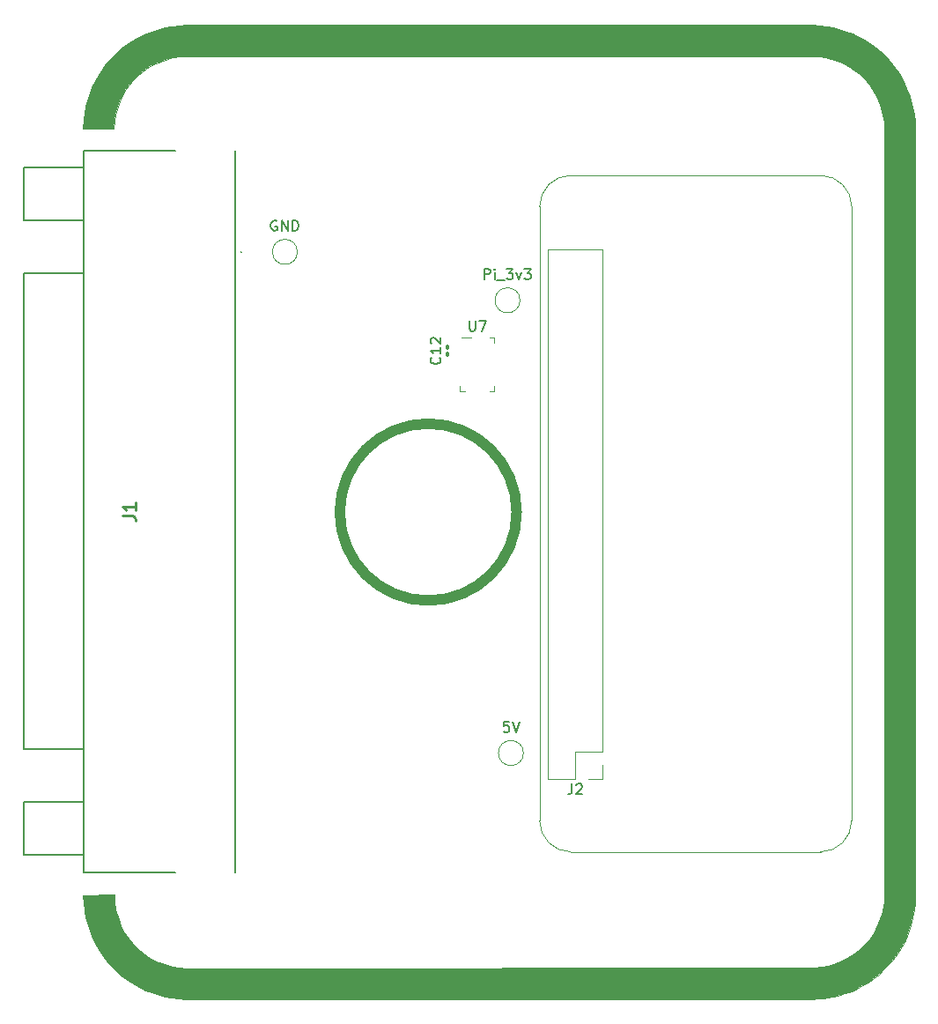
<source format=gto>
%TF.GenerationSoftware,KiCad,Pcbnew,(6.0.1)*%
%TF.CreationDate,2022-04-29T11:18:45-05:00*%
%TF.ProjectId,Payload_Altimeter,5061796c-6f61-4645-9f41-6c74696d6574,rev?*%
%TF.SameCoordinates,Original*%
%TF.FileFunction,Legend,Top*%
%TF.FilePolarity,Positive*%
%FSLAX46Y46*%
G04 Gerber Fmt 4.6, Leading zero omitted, Abs format (unit mm)*
G04 Created by KiCad (PCBNEW (6.0.1)) date 2022-04-29 11:18:45*
%MOMM*%
%LPD*%
G01*
G04 APERTURE LIST*
G04 Aperture macros list*
%AMRoundRect*
0 Rectangle with rounded corners*
0 $1 Rounding radius*
0 $2 $3 $4 $5 $6 $7 $8 $9 X,Y pos of 4 corners*
0 Add a 4 corners polygon primitive as box body*
4,1,4,$2,$3,$4,$5,$6,$7,$8,$9,$2,$3,0*
0 Add four circle primitives for the rounded corners*
1,1,$1+$1,$2,$3*
1,1,$1+$1,$4,$5*
1,1,$1+$1,$6,$7*
1,1,$1+$1,$8,$9*
0 Add four rect primitives between the rounded corners*
20,1,$1+$1,$2,$3,$4,$5,0*
20,1,$1+$1,$4,$5,$6,$7,0*
20,1,$1+$1,$6,$7,$8,$9,0*
20,1,$1+$1,$8,$9,$2,$3,0*%
G04 Aperture macros list end*
%ADD10C,0.050000*%
%ADD11C,0.100000*%
%ADD12C,1.000000*%
%ADD13C,0.150000*%
%ADD14C,0.254000*%
%ADD15C,0.120000*%
%ADD16C,0.200000*%
%ADD17C,2.000000*%
%ADD18R,1.650000X1.650000*%
%ADD19C,1.650000*%
%ADD20C,4.800000*%
%ADD21R,1.700000X1.700000*%
%ADD22O,1.700000X1.700000*%
%ADD23R,0.950000X0.550000*%
%ADD24RoundRect,0.100000X-0.100000X0.130000X-0.100000X-0.130000X0.100000X-0.130000X0.100000X0.130000X0*%
G04 APERTURE END LIST*
D10*
X126887473Y-64449468D02*
G75*
G03*
X123887473Y-67449468I1J-3000001D01*
G01*
D11*
X160000000Y-61744939D02*
G75*
G03*
X150039889Y-51750000I-9995000J0D01*
G01*
D10*
X123887473Y-126449468D02*
G75*
G03*
X126887473Y-129449468I3000001J1D01*
G01*
X126887473Y-64449468D02*
X150887473Y-64449468D01*
D12*
X121680000Y-96800000D02*
G75*
G03*
X121680000Y-96800000I-8500000J0D01*
G01*
D10*
X150887473Y-129449468D02*
X126887473Y-129449468D01*
D11*
X150049838Y-50011725D02*
X150859838Y-50051725D01*
X150859838Y-50051725D02*
X152139838Y-50241725D01*
X152139838Y-50241725D02*
X153399838Y-50631725D01*
X153399838Y-50631725D02*
X153989838Y-50841725D01*
X153989838Y-50841725D02*
X155239838Y-51501725D01*
X155239838Y-51501725D02*
X156359838Y-52281725D01*
X156359838Y-52281725D02*
X157259838Y-53121725D01*
X157259838Y-53121725D02*
X157889838Y-53861725D01*
X157889838Y-53861725D02*
X158429838Y-54651725D01*
X158429838Y-54651725D02*
X158779838Y-55211725D01*
X158779838Y-55211725D02*
X159159838Y-56041725D01*
X159159838Y-56041725D02*
X159469838Y-56841725D01*
X159469838Y-56841725D02*
X159759838Y-57891725D01*
X159759838Y-57891725D02*
X159859838Y-58491725D01*
X159859838Y-58491725D02*
X159979838Y-59261725D01*
X159979838Y-59261725D02*
X159999838Y-60001664D01*
X159999838Y-60001664D02*
X156999838Y-60031725D01*
X156999838Y-60031725D02*
X156999837Y-59872439D01*
X156999837Y-59872439D02*
X156979838Y-59391725D01*
X156979838Y-59391725D02*
X156879838Y-58621725D01*
X156879838Y-58621725D02*
X156599838Y-57651725D01*
X156599838Y-57651725D02*
X156349838Y-57031725D01*
X156349838Y-57031725D02*
X156029838Y-56431725D01*
X156029838Y-56431725D02*
X155569838Y-55731725D01*
X155569838Y-55731725D02*
X155199838Y-55291725D01*
X155199838Y-55291725D02*
X154609838Y-54711725D01*
X154609838Y-54711725D02*
X153769838Y-54081725D01*
X153769838Y-54081725D02*
X152959838Y-53641725D01*
X152959838Y-53641725D02*
X152179838Y-53331725D01*
X152179838Y-53331725D02*
X151379838Y-53111725D01*
X151379838Y-53111725D02*
X150779838Y-53021725D01*
X150779838Y-53021725D02*
X150024838Y-52981725D01*
X150024838Y-52981725D02*
X150024838Y-50006725D01*
X150024838Y-50006725D02*
X150049838Y-50006725D01*
X150049838Y-50006725D02*
X150049838Y-50011725D01*
G36*
X150049838Y-50011725D02*
G01*
X150859838Y-50051725D01*
X152139838Y-50241725D01*
X153399838Y-50631725D01*
X153989838Y-50841725D01*
X155239838Y-51501725D01*
X156359838Y-52281725D01*
X157259838Y-53121725D01*
X157889838Y-53861725D01*
X158429838Y-54651725D01*
X158779838Y-55211725D01*
X159159838Y-56041725D01*
X159469838Y-56841725D01*
X159759838Y-57891725D01*
X159859838Y-58491725D01*
X159979838Y-59261725D01*
X159999838Y-60001664D01*
X156999838Y-60031725D01*
X156999837Y-59872439D01*
X156979838Y-59391725D01*
X156879838Y-58621725D01*
X156599838Y-57651725D01*
X156349838Y-57031725D01*
X156029838Y-56431725D01*
X155569838Y-55731725D01*
X155199838Y-55291725D01*
X154609838Y-54711725D01*
X153769838Y-54081725D01*
X152959838Y-53641725D01*
X152179838Y-53331725D01*
X151379838Y-53111725D01*
X150779838Y-53021725D01*
X150024838Y-52981725D01*
X150024838Y-50006725D01*
X150049838Y-50006725D01*
X150049838Y-50011725D01*
G37*
X150049838Y-50011725D02*
X150859838Y-50051725D01*
X152139838Y-50241725D01*
X153399838Y-50631725D01*
X153989838Y-50841725D01*
X155239838Y-51501725D01*
X156359838Y-52281725D01*
X157259838Y-53121725D01*
X157889838Y-53861725D01*
X158429838Y-54651725D01*
X158779838Y-55211725D01*
X159159838Y-56041725D01*
X159469838Y-56841725D01*
X159759838Y-57891725D01*
X159859838Y-58491725D01*
X159979838Y-59261725D01*
X159999838Y-60001664D01*
X156999838Y-60031725D01*
X156999837Y-59872439D01*
X156979838Y-59391725D01*
X156879838Y-58621725D01*
X156599838Y-57651725D01*
X156349838Y-57031725D01*
X156029838Y-56431725D01*
X155569838Y-55731725D01*
X155199838Y-55291725D01*
X154609838Y-54711725D01*
X153769838Y-54081725D01*
X152959838Y-53641725D01*
X152179838Y-53331725D01*
X151379838Y-53111725D01*
X150779838Y-53021725D01*
X150024838Y-52981725D01*
X150024838Y-50006725D01*
X150049838Y-50006725D01*
X150049838Y-50011725D01*
X159999838Y-133530677D02*
X157019838Y-133530677D01*
X157019838Y-133530677D02*
X156999838Y-60031725D01*
X156999838Y-60031725D02*
X159999838Y-60031725D01*
X159999838Y-60031725D02*
X159999838Y-133530677D01*
G36*
X159999838Y-133530677D02*
G01*
X157019838Y-133530677D01*
X156999838Y-60031725D01*
X159999838Y-60031725D01*
X159999838Y-133530677D01*
G37*
X159999838Y-133530677D02*
X157019838Y-133530677D01*
X156999838Y-60031725D01*
X159999838Y-60031725D01*
X159999838Y-133530677D01*
X159999838Y-133600677D02*
X159969838Y-134260677D01*
X159969838Y-134260677D02*
X159899838Y-134960677D01*
X159899838Y-134960677D02*
X159759838Y-135740677D01*
X159759838Y-135740677D02*
X159569838Y-136500677D01*
X159569838Y-136500677D02*
X159299838Y-137250677D01*
X159299838Y-137250677D02*
X159009838Y-137910677D01*
X159009838Y-137910677D02*
X158679838Y-138530677D01*
X158679838Y-138530677D02*
X158249838Y-139250677D01*
X158249838Y-139250677D02*
X157749838Y-139900677D01*
X157749838Y-139900677D02*
X157369838Y-140330677D01*
X157369838Y-140330677D02*
X156879838Y-140840677D01*
X156879838Y-140840677D02*
X156479838Y-141210677D01*
X156479838Y-141210677D02*
X156039838Y-141550677D01*
X156039838Y-141550677D02*
X155589838Y-141880677D01*
X155589838Y-141880677D02*
X154919838Y-142290677D01*
X154919838Y-142290677D02*
X154359838Y-142580677D01*
X154359838Y-142580677D02*
X153859838Y-142820677D01*
X153859838Y-142820677D02*
X153219838Y-143050677D01*
X153219838Y-143050677D02*
X152499838Y-143270677D01*
X152499838Y-143270677D02*
X151999838Y-143390677D01*
X151999838Y-143390677D02*
X151619838Y-143450677D01*
X151619838Y-143450677D02*
X151189838Y-143510677D01*
X151189838Y-143510677D02*
X150669838Y-143550677D01*
X150669838Y-143550677D02*
X150109838Y-143580677D01*
X150109838Y-143580677D02*
X149979838Y-143580677D01*
X149979838Y-143580677D02*
X150089838Y-140590677D01*
X150089838Y-140590677D02*
X150119838Y-140590677D01*
X150119838Y-140590677D02*
X151099838Y-140490677D01*
X151099838Y-140490677D02*
X151959838Y-140310677D01*
X151959838Y-140310677D02*
X152769838Y-140010677D01*
X152769838Y-140010677D02*
X153319838Y-139730677D01*
X153319838Y-139730677D02*
X153899838Y-139400677D01*
X153899838Y-139400677D02*
X154469838Y-138990677D01*
X154469838Y-138990677D02*
X155039838Y-138470677D01*
X155039838Y-138470677D02*
X155639838Y-137760677D01*
X155639838Y-137760677D02*
X155969838Y-137240677D01*
X155969838Y-137240677D02*
X156359838Y-136520677D01*
X156359838Y-136520677D02*
X156539838Y-136100677D01*
X156539838Y-136100677D02*
X156749838Y-135460677D01*
X156749838Y-135460677D02*
X156919838Y-134710677D01*
X156919838Y-134710677D02*
X156989838Y-134250677D01*
X156989838Y-134250677D02*
X157019838Y-133530677D01*
X157019838Y-133530677D02*
X159999838Y-133530677D01*
X159999838Y-133530677D02*
X159999838Y-133600677D01*
G36*
X159999838Y-133600677D02*
G01*
X159969838Y-134260677D01*
X159899838Y-134960677D01*
X159759838Y-135740677D01*
X159569838Y-136500677D01*
X159299838Y-137250677D01*
X159009838Y-137910677D01*
X158679838Y-138530677D01*
X158249838Y-139250677D01*
X157749838Y-139900677D01*
X157369838Y-140330677D01*
X156879838Y-140840677D01*
X156479838Y-141210677D01*
X156039838Y-141550677D01*
X155589838Y-141880677D01*
X154919838Y-142290677D01*
X154359838Y-142580677D01*
X153859838Y-142820677D01*
X153219838Y-143050677D01*
X152499838Y-143270677D01*
X151999838Y-143390677D01*
X151619838Y-143450677D01*
X151189838Y-143510677D01*
X150669838Y-143550677D01*
X150109838Y-143580677D01*
X149979838Y-143580677D01*
X150089838Y-140590677D01*
X150119838Y-140590677D01*
X151099838Y-140490677D01*
X151959838Y-140310677D01*
X152769838Y-140010677D01*
X153319838Y-139730677D01*
X153899838Y-139400677D01*
X154469838Y-138990677D01*
X155039838Y-138470677D01*
X155639838Y-137760677D01*
X155969838Y-137240677D01*
X156359838Y-136520677D01*
X156539838Y-136100677D01*
X156749838Y-135460677D01*
X156919838Y-134710677D01*
X156989838Y-134250677D01*
X157019838Y-133530677D01*
X159999838Y-133530677D01*
X159999838Y-133600677D01*
G37*
X159999838Y-133600677D02*
X159969838Y-134260677D01*
X159899838Y-134960677D01*
X159759838Y-135740677D01*
X159569838Y-136500677D01*
X159299838Y-137250677D01*
X159009838Y-137910677D01*
X158679838Y-138530677D01*
X158249838Y-139250677D01*
X157749838Y-139900677D01*
X157369838Y-140330677D01*
X156879838Y-140840677D01*
X156479838Y-141210677D01*
X156039838Y-141550677D01*
X155589838Y-141880677D01*
X154919838Y-142290677D01*
X154359838Y-142580677D01*
X153859838Y-142820677D01*
X153219838Y-143050677D01*
X152499838Y-143270677D01*
X151999838Y-143390677D01*
X151619838Y-143450677D01*
X151189838Y-143510677D01*
X150669838Y-143550677D01*
X150109838Y-143580677D01*
X149979838Y-143580677D01*
X150089838Y-140590677D01*
X150119838Y-140590677D01*
X151099838Y-140490677D01*
X151959838Y-140310677D01*
X152769838Y-140010677D01*
X153319838Y-139730677D01*
X153899838Y-139400677D01*
X154469838Y-138990677D01*
X155039838Y-138470677D01*
X155639838Y-137760677D01*
X155969838Y-137240677D01*
X156359838Y-136520677D01*
X156539838Y-136100677D01*
X156749838Y-135460677D01*
X156919838Y-134710677D01*
X156989838Y-134250677D01*
X157019838Y-133530677D01*
X159999838Y-133530677D01*
X159999838Y-133600677D01*
D10*
X150887473Y-129449468D02*
G75*
G03*
X153887473Y-126449468I-1J3000001D01*
G01*
D11*
X89949838Y-143580677D02*
X89139838Y-143540677D01*
X89139838Y-143540677D02*
X87859838Y-143350677D01*
X87859838Y-143350677D02*
X86599838Y-142960677D01*
X86599838Y-142960677D02*
X86009838Y-142750677D01*
X86009838Y-142750677D02*
X84759838Y-142090677D01*
X84759838Y-142090677D02*
X83639838Y-141310677D01*
X83639838Y-141310677D02*
X82739838Y-140470677D01*
X82739838Y-140470677D02*
X82109838Y-139730677D01*
X82109838Y-139730677D02*
X81569838Y-138940677D01*
X81569838Y-138940677D02*
X81219838Y-138380677D01*
X81219838Y-138380677D02*
X80839838Y-137550677D01*
X80839838Y-137550677D02*
X80529838Y-136750677D01*
X80529838Y-136750677D02*
X80239839Y-135700677D01*
X80239839Y-135700677D02*
X80139838Y-135100677D01*
X80139838Y-135100677D02*
X80019838Y-134330677D01*
X80019838Y-134330677D02*
X79999838Y-133590738D01*
X79999838Y-133590738D02*
X82999838Y-133560677D01*
X82999838Y-133560677D02*
X82999839Y-133719963D01*
X82999839Y-133719963D02*
X83019838Y-134200676D01*
X83019838Y-134200676D02*
X83119838Y-134970677D01*
X83119838Y-134970677D02*
X83399838Y-135940677D01*
X83399838Y-135940677D02*
X83649838Y-136560677D01*
X83649838Y-136560677D02*
X83969838Y-137160677D01*
X83969838Y-137160677D02*
X84429838Y-137860677D01*
X84429838Y-137860677D02*
X84799838Y-138300677D01*
X84799838Y-138300677D02*
X85389838Y-138880677D01*
X85389838Y-138880677D02*
X86229838Y-139510677D01*
X86229838Y-139510677D02*
X87039838Y-139950677D01*
X87039838Y-139950677D02*
X87819838Y-140260677D01*
X87819838Y-140260677D02*
X88619838Y-140480677D01*
X88619838Y-140480677D02*
X89219838Y-140570678D01*
X89219838Y-140570678D02*
X89974838Y-140610677D01*
X89974838Y-140610677D02*
X89974838Y-143585677D01*
X89974838Y-143585677D02*
X89949837Y-143585677D01*
X89949837Y-143585677D02*
X89949838Y-143580677D01*
G36*
X82999839Y-133719963D02*
G01*
X83019838Y-134200676D01*
X83119838Y-134970677D01*
X83399838Y-135940677D01*
X83649838Y-136560677D01*
X83969838Y-137160677D01*
X84429838Y-137860677D01*
X84799838Y-138300677D01*
X85389838Y-138880677D01*
X86229838Y-139510677D01*
X87039838Y-139950677D01*
X87819838Y-140260677D01*
X88619838Y-140480677D01*
X89219838Y-140570678D01*
X89974838Y-140610677D01*
X89974838Y-143585677D01*
X89949837Y-143585677D01*
X89949838Y-143580677D01*
X89139838Y-143540677D01*
X87859838Y-143350677D01*
X86599838Y-142960677D01*
X86009838Y-142750677D01*
X84759838Y-142090677D01*
X83639838Y-141310677D01*
X82739838Y-140470677D01*
X82109838Y-139730677D01*
X81569838Y-138940677D01*
X81219838Y-138380677D01*
X80839838Y-137550677D01*
X80529838Y-136750677D01*
X80239839Y-135700677D01*
X80139838Y-135100677D01*
X80019838Y-134330677D01*
X79999838Y-133590738D01*
X82999838Y-133560677D01*
X82999839Y-133719963D01*
G37*
X82999839Y-133719963D02*
X83019838Y-134200676D01*
X83119838Y-134970677D01*
X83399838Y-135940677D01*
X83649838Y-136560677D01*
X83969838Y-137160677D01*
X84429838Y-137860677D01*
X84799838Y-138300677D01*
X85389838Y-138880677D01*
X86229838Y-139510677D01*
X87039838Y-139950677D01*
X87819838Y-140260677D01*
X88619838Y-140480677D01*
X89219838Y-140570678D01*
X89974838Y-140610677D01*
X89974838Y-143585677D01*
X89949837Y-143585677D01*
X89949838Y-143580677D01*
X89139838Y-143540677D01*
X87859838Y-143350677D01*
X86599838Y-142960677D01*
X86009838Y-142750677D01*
X84759838Y-142090677D01*
X83639838Y-141310677D01*
X82739838Y-140470677D01*
X82109838Y-139730677D01*
X81569838Y-138940677D01*
X81219838Y-138380677D01*
X80839838Y-137550677D01*
X80529838Y-136750677D01*
X80239839Y-135700677D01*
X80139838Y-135100677D01*
X80019838Y-134330677D01*
X79999838Y-133590738D01*
X82999838Y-133560677D01*
X82999839Y-133719963D01*
X150024838Y-52981725D02*
X89779838Y-53021725D01*
X89779838Y-53021725D02*
X89994777Y-50006725D01*
X89994777Y-50006725D02*
X150024838Y-50006725D01*
X150024838Y-50006725D02*
X150024838Y-52981725D01*
G36*
X150024838Y-52981725D02*
G01*
X89779838Y-53021725D01*
X89994777Y-50006725D01*
X150024838Y-50006725D01*
X150024838Y-52981725D01*
G37*
X150024838Y-52981725D02*
X89779838Y-53021725D01*
X89994777Y-50006725D01*
X150024838Y-50006725D01*
X150024838Y-52981725D01*
D10*
X153887473Y-67449468D02*
X153887473Y-126449468D01*
X153887473Y-67449468D02*
G75*
G03*
X150887473Y-64449468I-3000001J-1D01*
G01*
D11*
X80004838Y-59956725D02*
X80044838Y-59146725D01*
X80044838Y-59146725D02*
X80234838Y-57866725D01*
X80234838Y-57866725D02*
X80624838Y-56606725D01*
X80624838Y-56606725D02*
X80834838Y-56016725D01*
X80834838Y-56016725D02*
X81494838Y-54766725D01*
X81494838Y-54766725D02*
X82274838Y-53646725D01*
X82274838Y-53646725D02*
X83114838Y-52746725D01*
X83114838Y-52746725D02*
X83854838Y-52116725D01*
X83854838Y-52116725D02*
X84644838Y-51576725D01*
X84644838Y-51576725D02*
X85204838Y-51226725D01*
X85204838Y-51226725D02*
X86034838Y-50846725D01*
X86034838Y-50846725D02*
X86834838Y-50536725D01*
X86834838Y-50536725D02*
X87884838Y-50246726D01*
X87884838Y-50246726D02*
X88484838Y-50146725D01*
X88484838Y-50146725D02*
X89254838Y-50026725D01*
X89254838Y-50026725D02*
X89994777Y-50006725D01*
X89994777Y-50006725D02*
X90024838Y-53006725D01*
X90024838Y-53006725D02*
X89865552Y-53006726D01*
X89865552Y-53006726D02*
X89384839Y-53026725D01*
X89384839Y-53026725D02*
X88614838Y-53126725D01*
X88614838Y-53126725D02*
X87644838Y-53406725D01*
X87644838Y-53406725D02*
X87024838Y-53656725D01*
X87024838Y-53656725D02*
X86424838Y-53976725D01*
X86424838Y-53976725D02*
X85724838Y-54436725D01*
X85724838Y-54436725D02*
X85284838Y-54806725D01*
X85284838Y-54806725D02*
X84704838Y-55396725D01*
X84704838Y-55396725D02*
X84074838Y-56236725D01*
X84074838Y-56236725D02*
X83634838Y-57046725D01*
X83634838Y-57046725D02*
X83324838Y-57826725D01*
X83324838Y-57826725D02*
X83104838Y-58626725D01*
X83104838Y-58626725D02*
X83014837Y-59226725D01*
X83014837Y-59226725D02*
X82974838Y-59981725D01*
X82974838Y-59981725D02*
X79999838Y-59981725D01*
X79999838Y-59981725D02*
X79999838Y-59956724D01*
X79999838Y-59956724D02*
X80004838Y-59956725D01*
G36*
X90024838Y-53006725D02*
G01*
X89865552Y-53006726D01*
X89384839Y-53026725D01*
X88614838Y-53126725D01*
X87644838Y-53406725D01*
X87024838Y-53656725D01*
X86424838Y-53976725D01*
X85724838Y-54436725D01*
X85284838Y-54806725D01*
X84704838Y-55396725D01*
X84074838Y-56236725D01*
X83634838Y-57046725D01*
X83324838Y-57826725D01*
X83104838Y-58626725D01*
X83014837Y-59226725D01*
X82974838Y-59981725D01*
X79999838Y-59981725D01*
X79999838Y-59956724D01*
X80004838Y-59956725D01*
X80044838Y-59146725D01*
X80234838Y-57866725D01*
X80624838Y-56606725D01*
X80834838Y-56016725D01*
X81494838Y-54766725D01*
X82274838Y-53646725D01*
X83114838Y-52746725D01*
X83854838Y-52116725D01*
X84644838Y-51576725D01*
X85204838Y-51226725D01*
X86034838Y-50846725D01*
X86834838Y-50536725D01*
X87884838Y-50246726D01*
X88484838Y-50146725D01*
X89254838Y-50026725D01*
X89994777Y-50006725D01*
X90024838Y-53006725D01*
G37*
X90024838Y-53006725D02*
X89865552Y-53006726D01*
X89384839Y-53026725D01*
X88614838Y-53126725D01*
X87644838Y-53406725D01*
X87024838Y-53656725D01*
X86424838Y-53976725D01*
X85724838Y-54436725D01*
X85284838Y-54806725D01*
X84704838Y-55396725D01*
X84074838Y-56236725D01*
X83634838Y-57046725D01*
X83324838Y-57826725D01*
X83104838Y-58626725D01*
X83014837Y-59226725D01*
X82974838Y-59981725D01*
X79999838Y-59981725D01*
X79999838Y-59956724D01*
X80004838Y-59956725D01*
X80044838Y-59146725D01*
X80234838Y-57866725D01*
X80624838Y-56606725D01*
X80834838Y-56016725D01*
X81494838Y-54766725D01*
X82274838Y-53646725D01*
X83114838Y-52746725D01*
X83854838Y-52116725D01*
X84644838Y-51576725D01*
X85204838Y-51226725D01*
X86034838Y-50846725D01*
X86834838Y-50536725D01*
X87884838Y-50246726D01*
X88484838Y-50146725D01*
X89254838Y-50026725D01*
X89994777Y-50006725D01*
X90024838Y-53006725D01*
X149999838Y-143590677D02*
X89974838Y-143585677D01*
X89974838Y-143585677D02*
X89999838Y-140620677D01*
X89999838Y-140620677D02*
X150109124Y-140580677D01*
X150109124Y-140580677D02*
X149999838Y-143590677D01*
G36*
X149999838Y-143590677D02*
G01*
X89974838Y-143585677D01*
X89999838Y-140620677D01*
X150109124Y-140580677D01*
X149999838Y-143590677D01*
G37*
X149999838Y-143590677D02*
X89974838Y-143585677D01*
X89999838Y-140620677D01*
X150109124Y-140580677D01*
X149999838Y-143590677D01*
D10*
X123887473Y-126449468D02*
X123887473Y-67449468D01*
D13*
%TO.C,Pi_3v3*%
X118560714Y-74427380D02*
X118560714Y-73427380D01*
X118941666Y-73427380D01*
X119036904Y-73475000D01*
X119084523Y-73522619D01*
X119132142Y-73617857D01*
X119132142Y-73760714D01*
X119084523Y-73855952D01*
X119036904Y-73903571D01*
X118941666Y-73951190D01*
X118560714Y-73951190D01*
X119560714Y-74427380D02*
X119560714Y-73760714D01*
X119560714Y-73427380D02*
X119513095Y-73475000D01*
X119560714Y-73522619D01*
X119608333Y-73475000D01*
X119560714Y-73427380D01*
X119560714Y-73522619D01*
X119798809Y-74522619D02*
X120560714Y-74522619D01*
X120703571Y-73427380D02*
X121322619Y-73427380D01*
X120989285Y-73808333D01*
X121132142Y-73808333D01*
X121227380Y-73855952D01*
X121275000Y-73903571D01*
X121322619Y-73998809D01*
X121322619Y-74236904D01*
X121275000Y-74332142D01*
X121227380Y-74379761D01*
X121132142Y-74427380D01*
X120846428Y-74427380D01*
X120751190Y-74379761D01*
X120703571Y-74332142D01*
X121655952Y-73760714D02*
X121894047Y-74427380D01*
X122132142Y-73760714D01*
X122417857Y-73427380D02*
X123036904Y-73427380D01*
X122703571Y-73808333D01*
X122846428Y-73808333D01*
X122941666Y-73855952D01*
X122989285Y-73903571D01*
X123036904Y-73998809D01*
X123036904Y-74236904D01*
X122989285Y-74332142D01*
X122941666Y-74379761D01*
X122846428Y-74427380D01*
X122560714Y-74427380D01*
X122465476Y-74379761D01*
X122417857Y-74332142D01*
D14*
%TO.C,J1*%
X83764523Y-97153333D02*
X84671666Y-97153333D01*
X84853095Y-97213809D01*
X84974047Y-97334761D01*
X85034523Y-97516190D01*
X85034523Y-97637142D01*
X85034523Y-95883333D02*
X85034523Y-96609047D01*
X85034523Y-96246190D02*
X83764523Y-96246190D01*
X83945952Y-96367142D01*
X84066904Y-96488095D01*
X84127380Y-96609047D01*
D13*
%TO.C,J2*%
X126971666Y-122907380D02*
X126971666Y-123621666D01*
X126924047Y-123764523D01*
X126828809Y-123859761D01*
X126685952Y-123907380D01*
X126590714Y-123907380D01*
X127400238Y-123002619D02*
X127447857Y-122955000D01*
X127543095Y-122907380D01*
X127781190Y-122907380D01*
X127876428Y-122955000D01*
X127924047Y-123002619D01*
X127971666Y-123097857D01*
X127971666Y-123193095D01*
X127924047Y-123335952D01*
X127352619Y-123907380D01*
X127971666Y-123907380D01*
%TO.C,U7*%
X117138095Y-78402380D02*
X117138095Y-79211904D01*
X117185714Y-79307142D01*
X117233333Y-79354761D01*
X117328571Y-79402380D01*
X117519047Y-79402380D01*
X117614285Y-79354761D01*
X117661904Y-79307142D01*
X117709523Y-79211904D01*
X117709523Y-78402380D01*
X118090476Y-78402380D02*
X118757142Y-78402380D01*
X118328571Y-79402380D01*
%TO.C,C12*%
X114282142Y-81942857D02*
X114329761Y-81990476D01*
X114377380Y-82133333D01*
X114377380Y-82228571D01*
X114329761Y-82371428D01*
X114234523Y-82466666D01*
X114139285Y-82514285D01*
X113948809Y-82561904D01*
X113805952Y-82561904D01*
X113615476Y-82514285D01*
X113520238Y-82466666D01*
X113425000Y-82371428D01*
X113377380Y-82228571D01*
X113377380Y-82133333D01*
X113425000Y-81990476D01*
X113472619Y-81942857D01*
X114377380Y-80990476D02*
X114377380Y-81561904D01*
X114377380Y-81276190D02*
X113377380Y-81276190D01*
X113520238Y-81371428D01*
X113615476Y-81466666D01*
X113663095Y-81561904D01*
X113472619Y-80609523D02*
X113425000Y-80561904D01*
X113377380Y-80466666D01*
X113377380Y-80228571D01*
X113425000Y-80133333D01*
X113472619Y-80085714D01*
X113567857Y-80038095D01*
X113663095Y-80038095D01*
X113805952Y-80085714D01*
X114377380Y-80657142D01*
X114377380Y-80038095D01*
%TO.C,GND*%
X98613095Y-68825000D02*
X98517857Y-68777380D01*
X98375000Y-68777380D01*
X98232142Y-68825000D01*
X98136904Y-68920238D01*
X98089285Y-69015476D01*
X98041666Y-69205952D01*
X98041666Y-69348809D01*
X98089285Y-69539285D01*
X98136904Y-69634523D01*
X98232142Y-69729761D01*
X98375000Y-69777380D01*
X98470238Y-69777380D01*
X98613095Y-69729761D01*
X98660714Y-69682142D01*
X98660714Y-69348809D01*
X98470238Y-69348809D01*
X99089285Y-69777380D02*
X99089285Y-68777380D01*
X99660714Y-69777380D01*
X99660714Y-68777380D01*
X100136904Y-69777380D02*
X100136904Y-68777380D01*
X100375000Y-68777380D01*
X100517857Y-68825000D01*
X100613095Y-68920238D01*
X100660714Y-69015476D01*
X100708333Y-69205952D01*
X100708333Y-69348809D01*
X100660714Y-69539285D01*
X100613095Y-69634523D01*
X100517857Y-69729761D01*
X100375000Y-69777380D01*
X100136904Y-69777380D01*
%TO.C,5V*%
X120934523Y-116927380D02*
X120458333Y-116927380D01*
X120410714Y-117403571D01*
X120458333Y-117355952D01*
X120553571Y-117308333D01*
X120791666Y-117308333D01*
X120886904Y-117355952D01*
X120934523Y-117403571D01*
X120982142Y-117498809D01*
X120982142Y-117736904D01*
X120934523Y-117832142D01*
X120886904Y-117879761D01*
X120791666Y-117927380D01*
X120553571Y-117927380D01*
X120458333Y-117879761D01*
X120410714Y-117832142D01*
X121267857Y-116927380D02*
X121601190Y-117927380D01*
X121934523Y-116927380D01*
D15*
%TO.C,Pi_3v3*%
X122000000Y-76450000D02*
G75*
G03*
X122000000Y-76450000I-1200000J0D01*
G01*
D16*
%TO.C,J1*%
X74260000Y-119590000D02*
X80060000Y-119590000D01*
D11*
X95100000Y-71800000D02*
X95100000Y-71800000D01*
D16*
X74260000Y-68790000D02*
X80060000Y-68790000D01*
D11*
X95200000Y-71800000D02*
X95200000Y-71800000D01*
D16*
X74260000Y-63710000D02*
X74260000Y-68790000D01*
X88860000Y-131390000D02*
X80060000Y-131390000D01*
X74260000Y-124670000D02*
X74260000Y-129750000D01*
X80060000Y-73870000D02*
X74260000Y-73870000D01*
X94660000Y-62070000D02*
X94660000Y-131390000D01*
X74260000Y-73870000D02*
X74260000Y-119590000D01*
X74260000Y-129750000D02*
X80060000Y-129750000D01*
X80060000Y-63710000D02*
X74260000Y-63710000D01*
X80060000Y-124670000D02*
X74260000Y-124670000D01*
X80060000Y-131390000D02*
X80060000Y-62070000D01*
X80060000Y-62070000D02*
X88860000Y-62070000D01*
D11*
X95200000Y-71800000D02*
G75*
G03*
X95100000Y-71800000I-50000J0D01*
G01*
X95100000Y-71800000D02*
G75*
G03*
X95200000Y-71800000I50000J0D01*
G01*
D15*
%TO.C,J2*%
X127305000Y-119855000D02*
X127305000Y-122455000D01*
X129905000Y-119855000D02*
X127305000Y-119855000D01*
X124705000Y-122455000D02*
X124705000Y-71535000D01*
X129905000Y-121125000D02*
X129905000Y-122455000D01*
X129905000Y-122455000D02*
X128575000Y-122455000D01*
X127305000Y-122455000D02*
X124705000Y-122455000D01*
X129905000Y-119855000D02*
X129905000Y-71535000D01*
X129905000Y-71535000D02*
X124705000Y-71535000D01*
%TO.C,U7*%
X116750000Y-85200000D02*
X116250000Y-85200000D01*
X116350000Y-80000000D02*
X117300000Y-80000000D01*
X119050000Y-80000000D02*
X119550000Y-80000000D01*
X119550000Y-85200000D02*
X119050000Y-85200000D01*
X119550000Y-84700000D02*
X119550000Y-85200000D01*
X116250000Y-85200000D02*
X116250000Y-84700000D01*
X119550000Y-80000000D02*
X119550000Y-80500000D01*
%TO.C,GND*%
X100600000Y-71800000D02*
G75*
G03*
X100600000Y-71800000I-1200000J0D01*
G01*
%TO.C,5V*%
X122325000Y-119950000D02*
G75*
G03*
X122325000Y-119950000I-1200000J0D01*
G01*
%TD*%
%LPC*%
D17*
%TO.C,Pi_3v3*%
X120800000Y-76450000D03*
%TD*%
D18*
%TO.C,J1*%
X93000000Y-71800000D03*
D19*
X93000000Y-74570000D03*
X93000000Y-77340000D03*
X93000000Y-80110000D03*
X93000000Y-82880000D03*
X93000000Y-85650000D03*
X93000000Y-88420000D03*
X93000000Y-91190000D03*
X93000000Y-93960000D03*
X93000000Y-96730000D03*
X93000000Y-99500000D03*
X93000000Y-102270000D03*
X93000000Y-105040000D03*
X93000000Y-107810000D03*
X93000000Y-110580000D03*
X93000000Y-113350000D03*
X93000000Y-116120000D03*
X93000000Y-118890000D03*
X93000000Y-121660000D03*
X90460000Y-73185000D03*
X90460000Y-75955000D03*
X90460000Y-78725000D03*
X90460000Y-81495000D03*
X90460000Y-84265000D03*
X90460000Y-87035000D03*
X90460000Y-89805000D03*
X90460000Y-92575000D03*
X90460000Y-95345000D03*
X90460000Y-98115000D03*
X90460000Y-100885000D03*
X90460000Y-103655000D03*
X90460000Y-106425000D03*
X90460000Y-109195000D03*
X90460000Y-111965000D03*
X90460000Y-114735000D03*
X90460000Y-117505000D03*
X90460000Y-120275000D03*
D20*
X91730000Y-64980000D03*
X91730000Y-128480000D03*
%TD*%
D21*
%TO.C,J2*%
X128575000Y-121125000D03*
D22*
X126035000Y-121125000D03*
X128575000Y-118585000D03*
X126035000Y-118585000D03*
X128575000Y-116045000D03*
X126035000Y-116045000D03*
X128575000Y-113505000D03*
X126035000Y-113505000D03*
X128575000Y-110965000D03*
X126035000Y-110965000D03*
X128575000Y-108425000D03*
X126035000Y-108425000D03*
X128575000Y-105885000D03*
X126035000Y-105885000D03*
X128575000Y-103345000D03*
X126035000Y-103345000D03*
X128575000Y-100805000D03*
X126035000Y-100805000D03*
X128575000Y-98265000D03*
X126035000Y-98265000D03*
X128575000Y-95725000D03*
X126035000Y-95725000D03*
X128575000Y-93185000D03*
X126035000Y-93185000D03*
X128575000Y-90645000D03*
X126035000Y-90645000D03*
X128575000Y-88105000D03*
X126035000Y-88105000D03*
X128575000Y-85565000D03*
X126035000Y-85565000D03*
X128575000Y-83025000D03*
X126035000Y-83025000D03*
X128575000Y-80485000D03*
X126035000Y-80485000D03*
X128575000Y-77945000D03*
X126035000Y-77945000D03*
X128575000Y-75405000D03*
X126035000Y-75405000D03*
X128575000Y-72865000D03*
X126035000Y-72865000D03*
%TD*%
D23*
%TO.C,U7*%
X116825000Y-80725000D03*
X116825000Y-81975000D03*
X116825000Y-83225000D03*
X116825000Y-84475000D03*
X118975000Y-84475000D03*
X118975000Y-83225000D03*
X118975000Y-81975000D03*
X118975000Y-80725000D03*
%TD*%
D24*
%TO.C,C12*%
X115000000Y-80980000D03*
X115000000Y-81620000D03*
%TD*%
D17*
%TO.C,GND*%
X99400000Y-71800000D03*
%TD*%
%TO.C,5V*%
X121125000Y-119950000D03*
%TD*%
M02*

</source>
